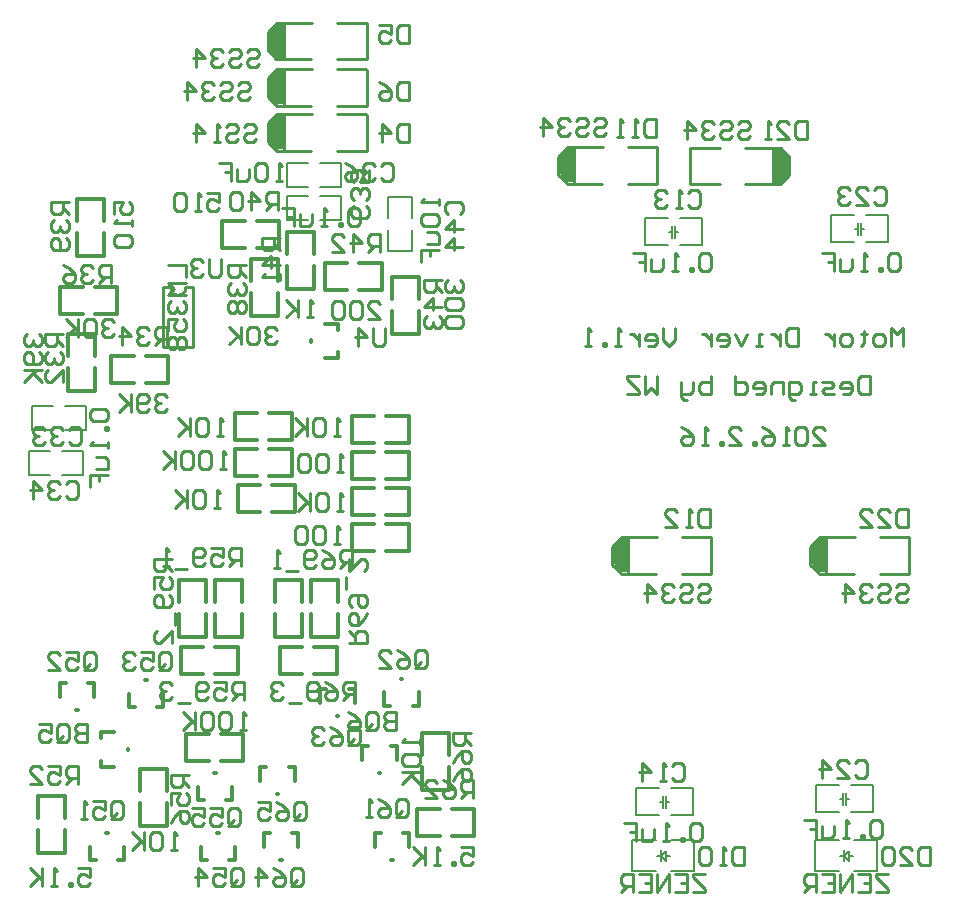
<source format=gbo>
G04 Layer_Color=32896*
%FSLAX25Y25*%
%MOIN*%
G70*
G01*
G75*
%ADD44C,0.01200*%
%ADD45C,0.01000*%
%ADD46C,0.00800*%
%ADD83C,0.00500*%
%ADD84R,0.02000X0.01500*%
%ADD85R,0.02100X0.05400*%
%ADD86R,0.01584X0.08317*%
%ADD87R,0.03514X0.09986*%
%ADD88R,0.02600X0.11800*%
D44*
X389506Y365000D02*
X398506D01*
X389506Y384000D02*
X398506D01*
X389506Y365000D02*
Y372500D01*
X398506Y365000D02*
Y372500D01*
Y376500D02*
Y384000D01*
X389506Y376500D02*
Y384000D01*
X387000Y390500D02*
Y399500D01*
X406000Y390500D02*
Y399500D01*
X387000D02*
X394500D01*
X387000Y390500D02*
X394500D01*
X398500D02*
X406000D01*
X398500Y399500D02*
X406000D01*
X404000Y367494D02*
Y376494D01*
X423000Y367494D02*
Y376494D01*
X404000D02*
X411500D01*
X404000Y367494D02*
X411500D01*
X415500D02*
X423000D01*
X415500Y376494D02*
X423000D01*
X460000Y412506D02*
Y421506D01*
X441000Y412506D02*
Y421506D01*
X452500Y412506D02*
X460000D01*
X452500Y421506D02*
X460000D01*
X441000D02*
X448500D01*
X441000Y412506D02*
X448500D01*
X392506Y410000D02*
X401506D01*
X392506Y429000D02*
X401506D01*
X392506Y410000D02*
Y417500D01*
X401506Y410000D02*
Y417500D01*
Y421500D02*
Y429000D01*
X392506Y421500D02*
Y429000D01*
X427126Y270506D02*
X434626D01*
X427126Y279506D02*
X434626D01*
X438626D02*
X446126D01*
X438626Y270506D02*
X446126D01*
X427126D02*
Y279506D01*
X446126Y270506D02*
Y279506D01*
X426632Y294500D02*
Y302000D01*
X435632Y294500D02*
Y302000D01*
Y283000D02*
Y290500D01*
X426632Y283000D02*
Y290500D01*
Y302000D02*
X435632D01*
X426632Y283000D02*
X435632D01*
X438632Y294500D02*
Y302000D01*
X447632Y294500D02*
Y302000D01*
Y283000D02*
Y290500D01*
X438632Y283000D02*
Y290500D01*
Y302000D02*
X447632D01*
X438632Y283000D02*
X447632D01*
X471626Y279494D02*
X479126D01*
X471626Y270494D02*
X479126D01*
X460126D02*
X467626D01*
X460126Y279494D02*
X467626D01*
X479126Y270494D02*
Y279494D01*
X460126Y270494D02*
Y279494D01*
X470632Y294500D02*
Y302000D01*
X479632Y294500D02*
Y302000D01*
Y283000D02*
Y290500D01*
X470632Y283000D02*
Y290500D01*
Y302000D02*
X479632D01*
X470632Y283000D02*
X479632D01*
X458632Y294500D02*
Y302000D01*
X467632Y294500D02*
Y302000D01*
Y283000D02*
Y290500D01*
X458632Y283000D02*
Y290500D01*
Y302000D02*
X467632D01*
X458632Y283000D02*
X467632D01*
X475126Y398494D02*
Y407494D01*
X494126Y398494D02*
Y407494D01*
X475126D02*
X482626D01*
X475126Y398494D02*
X482626D01*
X486626D02*
X494126D01*
X486626Y407494D02*
X494126D01*
X462620Y418000D02*
X471620D01*
X462620Y399000D02*
X471620D01*
Y410500D02*
Y418000D01*
X462620Y410500D02*
Y418000D01*
Y399000D02*
Y406500D01*
X471620Y399000D02*
Y406500D01*
X497620Y403000D02*
X506620D01*
X497620Y384000D02*
X506620D01*
Y395500D02*
Y403000D01*
X497620Y395500D02*
Y403000D01*
Y384000D02*
Y391500D01*
X506620Y384000D02*
Y391500D01*
X475098Y387276D02*
X479598D01*
X475098Y375776D02*
X479598D01*
Y385276D02*
Y387276D01*
X470598Y381276D02*
Y381775D01*
X479598Y375776D02*
Y377776D01*
X484126Y311506D02*
X491626D01*
X484126Y320506D02*
X491626D01*
X495626D02*
X503126D01*
X495626Y311506D02*
X503126D01*
X484126D02*
Y320506D01*
X503126Y311506D02*
Y320506D01*
X484126Y323506D02*
X491626D01*
X484126Y332506D02*
X491626D01*
X495626D02*
X503126D01*
X495626Y323506D02*
X503126D01*
X484126D02*
Y332506D01*
X503126Y323506D02*
Y332506D01*
X484126Y335506D02*
X491626D01*
X484126Y344506D02*
X491626D01*
X495626D02*
X503126D01*
X495626Y335506D02*
X503126D01*
X484126D02*
Y344506D01*
X503126Y335506D02*
Y344506D01*
X484126Y347506D02*
X491626D01*
X484126Y356506D02*
X491626D01*
X495626D02*
X503126D01*
X495626Y347506D02*
X503126D01*
X484126D02*
Y356506D01*
X503126Y347506D02*
Y356506D01*
X445126Y348506D02*
X452626D01*
X445126Y357506D02*
X452626D01*
X456626D02*
X464126D01*
X456626Y348506D02*
X464126D01*
X445126D02*
Y357506D01*
X464126Y348506D02*
Y357506D01*
X445126Y336506D02*
X452626D01*
X445126Y345506D02*
X452626D01*
X456626D02*
X464126D01*
X456626Y336506D02*
X464126D01*
X445126D02*
Y345506D01*
X464126Y336506D02*
Y345506D01*
X440500Y250494D02*
X448000D01*
X440500Y241494D02*
X448000D01*
X429000D02*
X436500D01*
X429000Y250494D02*
X436500D01*
X448000Y241494D02*
Y250494D01*
X429000Y241494D02*
Y250494D01*
X446126Y324506D02*
X453626D01*
X446126Y333506D02*
X453626D01*
X457626D02*
X465126D01*
X457626Y324506D02*
X465126D01*
X446126D02*
Y333506D01*
X465126Y324506D02*
Y333506D01*
X396901Y208528D02*
X398902D01*
X402401Y217528D02*
X402902D01*
X406401Y208528D02*
X408401D01*
X396901D02*
Y213028D01*
X408401Y208528D02*
Y213028D01*
X501350Y217472D02*
X503350D01*
X497351Y208472D02*
X497851D01*
X491851Y217472D02*
X493851D01*
X503350Y212972D02*
Y217472D01*
X491851Y212972D02*
Y217472D01*
X506000Y216506D02*
X513500D01*
X506000Y225506D02*
X513500D01*
X517500D02*
X525000D01*
X517500Y216506D02*
X525000D01*
X506000D02*
Y225506D01*
X525000Y216506D02*
Y225506D01*
X388494Y211000D02*
Y218500D01*
X379494Y211000D02*
Y218500D01*
Y222500D02*
Y230000D01*
X388494Y222500D02*
Y230000D01*
X379494Y211000D02*
X388494D01*
X379494Y230000D02*
X388494D01*
X409775Y259528D02*
X411775D01*
X415275Y268528D02*
X415775D01*
X419276Y259528D02*
X421276D01*
X409775D02*
Y264028D01*
X421276Y259528D02*
Y264028D01*
X396275Y267472D02*
X398275D01*
X392276Y258472D02*
X392776D01*
X386775Y267472D02*
X388775D01*
X398275Y262972D02*
Y267472D01*
X386775Y262972D02*
Y267472D01*
X413506Y231500D02*
Y239000D01*
X422506Y231500D02*
Y239000D01*
Y220000D02*
Y227500D01*
X413506Y220000D02*
Y227500D01*
Y239000D02*
X422506D01*
X413506Y220000D02*
X422506D01*
X433902Y208528D02*
X435901D01*
X439401Y217528D02*
X439901D01*
X443401Y208528D02*
X445401D01*
X433902D02*
Y213028D01*
X445401Y208528D02*
Y213028D01*
X497225Y246472D02*
X499225D01*
X493224Y237472D02*
X493724D01*
X487724Y246472D02*
X489724D01*
X499225Y241972D02*
Y246472D01*
X487724Y241972D02*
Y246472D01*
X400528Y249224D02*
Y251224D01*
X409528Y245224D02*
Y245725D01*
X400528Y239724D02*
Y241724D01*
Y251224D02*
X405028D01*
X400528Y239724D02*
X405028D01*
X483224Y265472D02*
X485224D01*
X479224Y256472D02*
X479725D01*
X473725Y265472D02*
X475725D01*
X485224Y260972D02*
Y265472D01*
X473725Y260972D02*
Y265472D01*
X495023Y260028D02*
X497023D01*
X500523Y269028D02*
X501023D01*
X504523Y260028D02*
X506523D01*
X495023D02*
Y264528D01*
X506523Y260028D02*
Y264528D01*
X507506Y243500D02*
Y251000D01*
X516506Y243500D02*
Y251000D01*
Y232000D02*
Y239500D01*
X507506Y232000D02*
Y239500D01*
Y251000D02*
X516506D01*
X507506Y232000D02*
X516506D01*
X432775Y228528D02*
X434775D01*
X438275Y237528D02*
X438775D01*
X442275Y228528D02*
X444276D01*
X432775D02*
Y233028D01*
X444276Y228528D02*
Y233028D01*
X464351Y217472D02*
X466351D01*
X460351Y208472D02*
X460850D01*
X454850Y217472D02*
X456850D01*
X466351Y212972D02*
Y217472D01*
X454850Y212972D02*
Y217472D01*
X463225Y239472D02*
X465225D01*
X459225Y230472D02*
X459725D01*
X453724Y239472D02*
X455724D01*
X465225Y234972D02*
Y239472D01*
X453724Y234972D02*
Y239472D01*
X450506Y390000D02*
X459506D01*
X450506Y409000D02*
X459506D01*
X450506Y390000D02*
Y397500D01*
X459506Y390000D02*
Y397500D01*
Y401500D02*
Y409000D01*
X450506Y401500D02*
Y409000D01*
D45*
X423626Y399500D02*
X423816Y398543D01*
X424358Y397732D01*
X425169Y397190D01*
X426126Y397000D01*
X427083Y397190D01*
X427894Y397732D01*
X428436Y398543D01*
X428626Y399500D01*
X431126Y379500D02*
Y399500D01*
X421126Y379500D02*
X431126D01*
X421126D02*
Y399500D01*
X423626D01*
X428626D02*
X431126D01*
X628583Y436084D02*
X630000Y437500D01*
X628320Y436084D02*
X628583D01*
X627652Y436752D02*
X628320Y436084D01*
X627652Y435932D02*
Y436752D01*
Y434652D02*
Y435932D01*
X628900Y442400D02*
Y443300D01*
X629900Y436900D02*
X630000Y437000D01*
Y443000D01*
X627200Y445800D02*
X630000Y443000D01*
X627000Y446000D02*
X627200Y445800D01*
X624600Y446000D02*
X627000D01*
X626900Y433900D02*
X629900Y436900D01*
X626700Y433900D02*
X626900D01*
X624600D02*
X626700D01*
X624600Y434000D02*
Y446000D01*
X597000D02*
X606800D01*
X597000Y434000D02*
Y446000D01*
X615100Y433900D02*
X624600D01*
X615400Y446000D02*
X624600D01*
X597100Y433900D02*
X606800D01*
X637000Y312500D02*
X638416Y313916D01*
X638680D01*
X639348Y313248D01*
Y314068D01*
Y315348D01*
X638100Y306700D02*
Y307600D01*
X637000Y313000D02*
X637100Y313100D01*
X637000Y307000D02*
Y313000D01*
Y307000D02*
X639800Y304200D01*
X640000Y304000D01*
X642400D01*
X637100Y313100D02*
X640100Y316100D01*
X640300D01*
X642400D01*
Y304000D02*
Y316000D01*
X660200Y304000D02*
X670000D01*
Y316000D01*
X642400Y316100D02*
X651900D01*
X642400Y304000D02*
X651600D01*
X660200Y316100D02*
X669900D01*
X571000Y312500D02*
X572416Y313916D01*
X572680D01*
X573348Y313248D01*
Y314068D01*
Y315348D01*
X572100Y306700D02*
Y307600D01*
X571000Y313000D02*
X571100Y313100D01*
X571000Y307000D02*
Y313000D01*
Y307000D02*
X573800Y304200D01*
X574000Y304000D01*
X576400D01*
X571100Y313100D02*
X574100Y316100D01*
X574300D01*
X576400D01*
Y304000D02*
Y316000D01*
X594200Y304000D02*
X604000D01*
Y316000D01*
X576400Y316100D02*
X585900D01*
X576400Y304000D02*
X585600D01*
X594200Y316100D02*
X603900D01*
X553000Y442506D02*
X554417Y443923D01*
X554680D01*
X555348Y443255D01*
Y444075D01*
Y445355D01*
X554100Y436706D02*
Y437606D01*
X553000Y443006D02*
X553100Y443106D01*
X553000Y437006D02*
Y443006D01*
Y437006D02*
X555800Y434206D01*
X556000Y434006D01*
X558400D01*
X553100Y443106D02*
X556100Y446106D01*
X556300D01*
X558400D01*
Y434006D02*
Y446006D01*
X576200Y434006D02*
X586000D01*
Y446006D01*
X558400Y446106D02*
X567900D01*
X558400Y434006D02*
X567600D01*
X576200Y446106D02*
X585900D01*
X479326Y487600D02*
X489026D01*
X461526Y475500D02*
X470726D01*
X461526Y487600D02*
X471026D01*
X489126Y475500D02*
Y487500D01*
X479326Y475500D02*
X489126D01*
X461526D02*
Y487500D01*
X459426Y487600D02*
X461526D01*
X459226D02*
X459426D01*
X456226Y484600D02*
X459226Y487600D01*
X459126Y475500D02*
X461526D01*
X458926Y475700D02*
X459126Y475500D01*
X456126Y478500D02*
X458926Y475700D01*
X456126Y478500D02*
Y484500D01*
X456226Y484600D01*
X457226Y478200D02*
Y479100D01*
X458474Y485568D02*
Y486848D01*
Y484748D02*
Y485568D01*
X457806Y485416D02*
X458474Y484748D01*
X457543Y485416D02*
X457806D01*
X456126Y484000D02*
X457543Y485416D01*
X479326Y472100D02*
X489026D01*
X461526Y460000D02*
X470726D01*
X461526Y472100D02*
X471026D01*
X489126Y460000D02*
Y472000D01*
X479326Y460000D02*
X489126D01*
X461526D02*
Y472000D01*
X459426Y472100D02*
X461526D01*
X459226D02*
X459426D01*
X456226Y469100D02*
X459226Y472100D01*
X459126Y460000D02*
X461526D01*
X458926Y460200D02*
X459126Y460000D01*
X456126Y463000D02*
X458926Y460200D01*
X456126Y463000D02*
Y469000D01*
X456226Y469100D01*
X457226Y462700D02*
Y463600D01*
X458474Y470068D02*
Y471348D01*
Y469248D02*
Y470068D01*
X457806Y469916D02*
X458474Y469248D01*
X457543Y469916D02*
X457806D01*
X456126Y468500D02*
X457543Y469916D01*
X456126Y453500D02*
X457543Y454916D01*
X457806D01*
X458474Y454248D01*
Y455068D01*
Y456348D01*
X457226Y447700D02*
Y448600D01*
X456126Y454000D02*
X456226Y454100D01*
X456126Y448000D02*
Y454000D01*
Y448000D02*
X458926Y445200D01*
X459126Y445000D01*
X461526D01*
X456226Y454100D02*
X459226Y457100D01*
X459426D01*
X461526D01*
Y445000D02*
Y457000D01*
X479326Y445000D02*
X489126D01*
Y457000D01*
X461526Y457100D02*
X471026D01*
X461526Y445000D02*
X470726D01*
X479326Y457100D02*
X489026D01*
X638001Y347000D02*
X642000D01*
X638001Y350999D01*
Y351998D01*
X639001Y352998D01*
X641000D01*
X642000Y351998D01*
X636002D02*
X635002Y352998D01*
X633003D01*
X632003Y351998D01*
Y348000D01*
X633003Y347000D01*
X635002D01*
X636002Y348000D01*
Y351998D01*
X630004Y347000D02*
X628005D01*
X629004D01*
Y352998D01*
X630004Y351998D01*
X621007Y352998D02*
X623006Y351998D01*
X625005Y349999D01*
Y348000D01*
X624006Y347000D01*
X622007D01*
X621007Y348000D01*
Y348999D01*
X622007Y349999D01*
X625005D01*
X619007Y347000D02*
Y348000D01*
X618008D01*
Y347000D01*
X619007D01*
X610010D02*
X614009D01*
X610010Y350999D01*
Y351998D01*
X611010Y352998D01*
X613009D01*
X614009Y351998D01*
X608011Y347000D02*
Y348000D01*
X607011D01*
Y347000D01*
X608011D01*
X603013D02*
X601013D01*
X602013D01*
Y352998D01*
X603013Y351998D01*
X594016Y352998D02*
X596015Y351998D01*
X598014Y349999D01*
Y348000D01*
X597015Y347000D01*
X595015D01*
X594016Y348000D01*
Y348999D01*
X595015Y349999D01*
X598014D01*
X657000Y369998D02*
Y364000D01*
X654001D01*
X653001Y365000D01*
Y368998D01*
X654001Y369998D01*
X657000D01*
X648003Y364000D02*
X650002D01*
X651002Y365000D01*
Y366999D01*
X650002Y367999D01*
X648003D01*
X647003Y366999D01*
Y365999D01*
X651002D01*
X645004Y364000D02*
X642005D01*
X641005Y365000D01*
X642005Y365999D01*
X644004D01*
X645004Y366999D01*
X644004Y367999D01*
X641005D01*
X639006Y364000D02*
X637007D01*
X638006D01*
Y367999D01*
X639006D01*
X632008Y362001D02*
X631008D01*
X630009Y363000D01*
Y367999D01*
X633008D01*
X634007Y366999D01*
Y365000D01*
X633008Y364000D01*
X630009D01*
X628009D02*
Y367999D01*
X625010D01*
X624011Y366999D01*
Y364000D01*
X619012D02*
X621012D01*
X622011Y365000D01*
Y366999D01*
X621012Y367999D01*
X619012D01*
X618013Y366999D01*
Y365999D01*
X622011D01*
X612014Y369998D02*
Y364000D01*
X615014D01*
X616013Y365000D01*
Y366999D01*
X615014Y367999D01*
X612014D01*
X604017Y369998D02*
Y364000D01*
X601018D01*
X600018Y365000D01*
Y365999D01*
Y366999D01*
X601018Y367999D01*
X604017D01*
X598019D02*
Y365000D01*
X597019Y364000D01*
X594020D01*
Y363000D01*
X595020Y362001D01*
X596020D01*
X594020Y364000D02*
Y367999D01*
X586023Y369998D02*
Y364000D01*
X584024Y365999D01*
X582024Y364000D01*
Y369998D01*
X580025D02*
X576026D01*
Y368998D01*
X580025Y365000D01*
Y364000D01*
X576026D01*
X668000Y380000D02*
Y385998D01*
X666001Y383999D01*
X664001Y385998D01*
Y380000D01*
X661002D02*
X659003D01*
X658003Y381000D01*
Y382999D01*
X659003Y383999D01*
X661002D01*
X662002Y382999D01*
Y381000D01*
X661002Y380000D01*
X655004Y384998D02*
Y383999D01*
X656004D01*
X654004D01*
X655004D01*
Y381000D01*
X654004Y380000D01*
X650006D02*
X648006D01*
X647007Y381000D01*
Y382999D01*
X648006Y383999D01*
X650006D01*
X651006Y382999D01*
Y381000D01*
X650006Y380000D01*
X645007Y383999D02*
Y380000D01*
Y381999D01*
X644008Y382999D01*
X643008Y383999D01*
X642008D01*
X633011Y385998D02*
Y380000D01*
X630012D01*
X629013Y381000D01*
Y384998D01*
X630012Y385998D01*
X633011D01*
X627013Y383999D02*
Y380000D01*
Y381999D01*
X626014Y382999D01*
X625014Y383999D01*
X624014D01*
X621015Y380000D02*
X619016D01*
X620015D01*
Y383999D01*
X621015D01*
X616017D02*
X614017Y380000D01*
X612018Y383999D01*
X607020Y380000D02*
X609019D01*
X610019Y381000D01*
Y382999D01*
X609019Y383999D01*
X607020D01*
X606020Y382999D01*
Y381999D01*
X610019D01*
X604021Y383999D02*
Y380000D01*
Y381999D01*
X603021Y382999D01*
X602021Y383999D01*
X601022D01*
X592025Y385998D02*
Y381999D01*
X590025Y380000D01*
X588026Y381999D01*
Y385998D01*
X583028Y380000D02*
X585027D01*
X586026Y381000D01*
Y382999D01*
X585027Y383999D01*
X583028D01*
X582028Y382999D01*
Y381999D01*
X586026D01*
X580028Y383999D02*
Y380000D01*
Y381999D01*
X579029Y382999D01*
X578029Y383999D01*
X577029D01*
X574030Y380000D02*
X572031D01*
X573031D01*
Y385998D01*
X574030Y384998D01*
X569032Y380000D02*
Y381000D01*
X568032D01*
Y380000D01*
X569032D01*
X564034D02*
X562034D01*
X563034D01*
Y385998D01*
X564034Y384998D01*
X485126Y262000D02*
Y267998D01*
X482127D01*
X481127Y266998D01*
Y264999D01*
X482127Y263999D01*
X485126D01*
X483127D02*
X481127Y262000D01*
X475129Y267998D02*
X477129Y266998D01*
X479128Y264999D01*
Y263000D01*
X478128Y262000D01*
X476129D01*
X475129Y263000D01*
Y263999D01*
X476129Y264999D01*
X479128D01*
X473130Y263000D02*
X472130Y262000D01*
X470131D01*
X469131Y263000D01*
Y266998D01*
X470131Y267998D01*
X472130D01*
X473130Y266998D01*
Y265999D01*
X472130Y264999D01*
X469131D01*
X467132Y261000D02*
X463133D01*
X461134Y266998D02*
X460134Y267998D01*
X458135D01*
X457135Y266998D01*
Y265999D01*
X458135Y264999D01*
X459134D01*
X458135D01*
X457135Y263999D01*
Y263000D01*
X458135Y262000D01*
X460134D01*
X461134Y263000D01*
X483139Y281000D02*
X489137D01*
Y283999D01*
X488137Y284999D01*
X486138D01*
X485138Y283999D01*
Y281000D01*
Y282999D02*
X483139Y284999D01*
X489137Y290997D02*
X488137Y288997D01*
X486138Y286998D01*
X484138D01*
X483139Y287998D01*
Y289997D01*
X484138Y290997D01*
X485138D01*
X486138Y289997D01*
Y286998D01*
X484138Y292996D02*
X483139Y293996D01*
Y295995D01*
X484138Y296995D01*
X488137D01*
X489137Y295995D01*
Y293996D01*
X488137Y292996D01*
X487138D01*
X486138Y293996D01*
Y296995D01*
X482139Y298994D02*
Y302993D01*
X483139Y308991D02*
Y304992D01*
X487138Y308991D01*
X488137D01*
X489137Y307991D01*
Y305992D01*
X488137Y304992D01*
X484139Y306000D02*
Y311998D01*
X481140D01*
X480140Y310998D01*
Y308999D01*
X481140Y307999D01*
X484139D01*
X482139D02*
X480140Y306000D01*
X474142Y311998D02*
X476141Y310998D01*
X478141Y308999D01*
Y307000D01*
X477141Y306000D01*
X475142D01*
X474142Y307000D01*
Y307999D01*
X475142Y308999D01*
X478141D01*
X472143Y307000D02*
X471143Y306000D01*
X469144D01*
X468144Y307000D01*
Y310998D01*
X469144Y311998D01*
X471143D01*
X472143Y310998D01*
Y309999D01*
X471143Y308999D01*
X468144D01*
X466145Y305000D02*
X462146D01*
X460147Y306000D02*
X458147D01*
X459147D01*
Y311998D01*
X460147Y310998D01*
X441126Y350000D02*
X439127D01*
X440126D01*
Y355998D01*
X441126Y354998D01*
X436128D02*
X435128Y355998D01*
X433129D01*
X432129Y354998D01*
Y351000D01*
X433129Y350000D01*
X435128D01*
X436128Y351000D01*
Y354998D01*
X430129Y355998D02*
Y350000D01*
Y351999D01*
X426131Y355998D01*
X429130Y352999D01*
X426131Y350000D01*
X480126D02*
X478127D01*
X479126D01*
Y355998D01*
X480126Y354998D01*
X475128D02*
X474128Y355998D01*
X472129D01*
X471129Y354998D01*
Y351000D01*
X472129Y350000D01*
X474128D01*
X475128Y351000D01*
Y354998D01*
X469130Y355998D02*
Y350000D01*
Y351999D01*
X465131Y355998D01*
X468130Y352999D01*
X465131Y350000D01*
X507000Y249000D02*
Y247001D01*
Y248000D01*
X501002D01*
X502002Y249000D01*
Y244002D02*
X501002Y243002D01*
Y241003D01*
X502002Y240003D01*
X506000D01*
X507000Y241003D01*
Y243002D01*
X506000Y244002D01*
X502002D01*
X501002Y238004D02*
X507000D01*
X505001D01*
X501002Y234005D01*
X504001Y237004D01*
X507000Y234005D01*
X524000Y251000D02*
X518002D01*
Y248001D01*
X519002Y247001D01*
X521001D01*
X522001Y248001D01*
Y251000D01*
Y249001D02*
X524000Y247001D01*
X518002Y241003D02*
X519002Y243003D01*
X521001Y245002D01*
X523000D01*
X524000Y244002D01*
Y242003D01*
X523000Y241003D01*
X522001D01*
X521001Y242003D01*
Y245002D01*
X518002Y235005D02*
X519002Y237004D01*
X521001Y239004D01*
X523000D01*
X524000Y238004D01*
Y236005D01*
X523000Y235005D01*
X522001D01*
X521001Y236005D01*
Y239004D01*
X442126Y339000D02*
X440127D01*
X441126D01*
Y344998D01*
X442126Y343998D01*
X437128D02*
X436128Y344998D01*
X434129D01*
X433129Y343998D01*
Y340000D01*
X434129Y339000D01*
X436128D01*
X437128Y340000D01*
Y343998D01*
X431130D02*
X430130Y344998D01*
X428130D01*
X427131Y343998D01*
Y340000D01*
X428130Y339000D01*
X430130D01*
X431130Y340000D01*
Y343998D01*
X425132Y344998D02*
Y339000D01*
Y340999D01*
X421133Y344998D01*
X424132Y341999D01*
X421133Y339000D01*
X520601Y212898D02*
X524600D01*
Y209899D01*
X522601Y210899D01*
X521601D01*
X520601Y209899D01*
Y207900D01*
X521601Y206900D01*
X523600D01*
X524600Y207900D01*
X518602Y206900D02*
Y207900D01*
X517602D01*
Y206900D01*
X518602D01*
X513604D02*
X511604D01*
X512604D01*
Y212898D01*
X513604Y211898D01*
X508605Y212898D02*
Y206900D01*
Y208899D01*
X504606Y212898D01*
X507606Y209899D01*
X504606Y206900D01*
X524600Y229100D02*
Y235098D01*
X521601D01*
X520601Y234098D01*
Y232099D01*
X521601Y231099D01*
X524600D01*
X522601D02*
X520601Y229100D01*
X514603Y235098D02*
X516603Y234098D01*
X518602Y232099D01*
Y230100D01*
X517602Y229100D01*
X515603D01*
X514603Y230100D01*
Y231099D01*
X515603Y232099D01*
X518602D01*
X508605Y229100D02*
X512604D01*
X508605Y233099D01*
Y234098D01*
X509605Y235098D01*
X511604D01*
X512604Y234098D01*
X481126Y338000D02*
X479127D01*
X480126D01*
Y343998D01*
X481126Y342998D01*
X476128D02*
X475128Y343998D01*
X473129D01*
X472129Y342998D01*
Y339000D01*
X473129Y338000D01*
X475128D01*
X476128Y339000D01*
Y342998D01*
X470129D02*
X469130Y343998D01*
X467131D01*
X466131Y342998D01*
Y339000D01*
X467131Y338000D01*
X469130D01*
X470129Y339000D01*
Y342998D01*
X448126Y262000D02*
Y267998D01*
X445127D01*
X444127Y266998D01*
Y264999D01*
X445127Y263999D01*
X448126D01*
X446127D02*
X444127Y262000D01*
X438129Y267998D02*
X442128D01*
Y264999D01*
X440129Y265999D01*
X439129D01*
X438129Y264999D01*
Y263000D01*
X439129Y262000D01*
X441128D01*
X442128Y263000D01*
X436130D02*
X435130Y262000D01*
X433131D01*
X432131Y263000D01*
Y266998D01*
X433131Y267998D01*
X435130D01*
X436130Y266998D01*
Y265999D01*
X435130Y264999D01*
X432131D01*
X430132Y261000D02*
X426133D01*
X424134Y266998D02*
X423134Y267998D01*
X421135D01*
X420135Y266998D01*
Y265999D01*
X421135Y264999D01*
X422134D01*
X421135D01*
X420135Y263999D01*
Y263000D01*
X421135Y262000D01*
X423134D01*
X424134Y263000D01*
X424126Y309000D02*
X418128D01*
Y306001D01*
X419128Y305001D01*
X421127D01*
X422127Y306001D01*
Y309000D01*
Y307001D02*
X424126Y305001D01*
X418128Y299003D02*
Y303002D01*
X421127D01*
X420127Y301003D01*
Y300003D01*
X421127Y299003D01*
X423126D01*
X424126Y300003D01*
Y302002D01*
X423126Y303002D01*
Y297004D02*
X424126Y296004D01*
Y294005D01*
X423126Y293005D01*
X419128D01*
X418128Y294005D01*
Y296004D01*
X419128Y297004D01*
X420127D01*
X421127Y296004D01*
Y293005D01*
X425126Y291006D02*
Y287007D01*
X424126Y281009D02*
Y285008D01*
X420127Y281009D01*
X419128D01*
X418128Y282009D01*
Y284008D01*
X419128Y285008D01*
X447226Y306600D02*
Y312598D01*
X444227D01*
X443227Y311598D01*
Y309599D01*
X444227Y308599D01*
X447226D01*
X445227D02*
X443227Y306600D01*
X437229Y312598D02*
X441228D01*
Y309599D01*
X439229Y310599D01*
X438229D01*
X437229Y309599D01*
Y307600D01*
X438229Y306600D01*
X440228D01*
X441228Y307600D01*
X435230D02*
X434230Y306600D01*
X432231D01*
X431231Y307600D01*
Y311598D01*
X432231Y312598D01*
X434230D01*
X435230Y311598D01*
Y310599D01*
X434230Y309599D01*
X431231D01*
X429232Y305600D02*
X425233D01*
X423234Y306600D02*
X421234D01*
X422234D01*
Y312598D01*
X423234Y311598D01*
X440126Y326000D02*
X438127D01*
X439126D01*
Y331998D01*
X440126Y330998D01*
X435128D02*
X434128Y331998D01*
X432129D01*
X431129Y330998D01*
Y327000D01*
X432129Y326000D01*
X434128D01*
X435128Y327000D01*
Y330998D01*
X429130Y331998D02*
Y326000D01*
Y327999D01*
X425131Y331998D01*
X428130Y328999D01*
X425131Y326000D01*
X481126Y325000D02*
X479127D01*
X480126D01*
Y330998D01*
X481126Y329998D01*
X476128D02*
X475128Y330998D01*
X473129D01*
X472129Y329998D01*
Y326000D01*
X473129Y325000D01*
X475128D01*
X476128Y326000D01*
Y329998D01*
X470129Y330998D02*
Y325000D01*
Y326999D01*
X466131Y330998D01*
X469130Y327999D01*
X466131Y325000D01*
X426000Y212000D02*
X424001D01*
X425000D01*
Y217998D01*
X426000Y216998D01*
X421002D02*
X420002Y217998D01*
X418003D01*
X417003Y216998D01*
Y213000D01*
X418003Y212000D01*
X420002D01*
X421002Y213000D01*
Y216998D01*
X415004Y217998D02*
Y212000D01*
Y213999D01*
X411005Y217998D01*
X414004Y214999D01*
X411005Y212000D01*
X430000Y237000D02*
X424002D01*
Y234001D01*
X425002Y233001D01*
X427001D01*
X428001Y234001D01*
Y237000D01*
Y235001D02*
X430000Y233001D01*
X424002Y227003D02*
Y231002D01*
X427001D01*
X426001Y229003D01*
Y228003D01*
X427001Y227003D01*
X429000D01*
X430000Y228003D01*
Y230002D01*
X429000Y231002D01*
X424002Y221005D02*
X425002Y223005D01*
X427001Y225004D01*
X429000D01*
X430000Y224004D01*
Y222005D01*
X429000Y221005D01*
X428001D01*
X427001Y222005D01*
Y225004D01*
X449000Y252000D02*
X447001D01*
X448000D01*
Y257998D01*
X449000Y256998D01*
X444002D02*
X443002Y257998D01*
X441003D01*
X440003Y256998D01*
Y253000D01*
X441003Y252000D01*
X443002D01*
X444002Y253000D01*
Y256998D01*
X438004D02*
X437004Y257998D01*
X435005D01*
X434005Y256998D01*
Y253000D01*
X435005Y252000D01*
X437004D01*
X438004Y253000D01*
Y256998D01*
X432006Y257998D02*
Y252000D01*
Y253999D01*
X428007Y257998D01*
X431006Y254999D01*
X428007Y252000D01*
X393001Y205998D02*
X397000D01*
Y202999D01*
X395001Y203999D01*
X394001D01*
X393001Y202999D01*
Y201000D01*
X394001Y200000D01*
X396000D01*
X397000Y201000D01*
X391002Y200000D02*
Y201000D01*
X390002D01*
Y200000D01*
X391002D01*
X386004D02*
X384004D01*
X385004D01*
Y205998D01*
X386004Y204998D01*
X381005Y205998D02*
Y200000D01*
Y201999D01*
X377007Y205998D01*
X380006Y202999D01*
X377007Y200000D01*
X393000Y234000D02*
Y239998D01*
X390001D01*
X389001Y238998D01*
Y236999D01*
X390001Y235999D01*
X393000D01*
X391001D02*
X389001Y234000D01*
X383003Y239998D02*
X387002D01*
Y236999D01*
X385003Y237999D01*
X384003D01*
X383003Y236999D01*
Y235000D01*
X384003Y234000D01*
X386002D01*
X387002Y235000D01*
X377005Y234000D02*
X381004D01*
X377005Y237999D01*
Y238998D01*
X378005Y239998D01*
X380004D01*
X381004Y238998D01*
X480126Y314000D02*
X478127D01*
X479126D01*
Y319998D01*
X480126Y318998D01*
X475128D02*
X474128Y319998D01*
X472129D01*
X471129Y318998D01*
Y315000D01*
X472129Y314000D01*
X474128D01*
X475128Y315000D01*
Y318998D01*
X469130D02*
X468130Y319998D01*
X466130D01*
X465131Y318998D01*
Y315000D01*
X466130Y314000D01*
X468130D01*
X469130Y315000D01*
Y318998D01*
X465001Y223000D02*
Y226998D01*
X466001Y227998D01*
X468000D01*
X469000Y226998D01*
Y223000D01*
X468000Y222000D01*
X466001D01*
X467001Y223999D02*
X465001Y222000D01*
X466001D02*
X465001Y223000D01*
X459003Y227998D02*
X461003Y226998D01*
X463002Y224999D01*
Y223000D01*
X462002Y222000D01*
X460003D01*
X459003Y223000D01*
Y223999D01*
X460003Y224999D01*
X463002D01*
X453005Y227998D02*
X457004D01*
Y224999D01*
X455005Y225999D01*
X454005D01*
X453005Y224999D01*
Y223000D01*
X454005Y222000D01*
X456004D01*
X457004Y223000D01*
X464001Y201000D02*
Y204998D01*
X465001Y205998D01*
X467000D01*
X468000Y204998D01*
Y201000D01*
X467000Y200000D01*
X465001D01*
X466001Y201999D02*
X464001Y200000D01*
X465001D02*
X464001Y201000D01*
X458003Y205998D02*
X460003Y204998D01*
X462002Y202999D01*
Y201000D01*
X461002Y200000D01*
X459003D01*
X458003Y201000D01*
Y201999D01*
X459003Y202999D01*
X462002D01*
X453005Y200000D02*
Y205998D01*
X456004Y202999D01*
X452005D01*
X483001Y248000D02*
Y251998D01*
X484001Y252998D01*
X486000D01*
X487000Y251998D01*
Y248000D01*
X486000Y247000D01*
X484001D01*
X485001Y248999D02*
X483001Y247000D01*
X484001D02*
X483001Y248000D01*
X477003Y252998D02*
X479003Y251998D01*
X481002Y249999D01*
Y248000D01*
X480002Y247000D01*
X478003D01*
X477003Y248000D01*
Y248999D01*
X478003Y249999D01*
X481002D01*
X475004Y251998D02*
X474004Y252998D01*
X472005D01*
X471005Y251998D01*
Y250999D01*
X472005Y249999D01*
X473004D01*
X472005D01*
X471005Y248999D01*
Y248000D01*
X472005Y247000D01*
X474004D01*
X475004Y248000D01*
X505249Y273500D02*
Y277498D01*
X506249Y278498D01*
X508248D01*
X509248Y277498D01*
Y273500D01*
X508248Y272500D01*
X506249D01*
X507248Y274499D02*
X505249Y272500D01*
X506249D02*
X505249Y273500D01*
X499251Y278498D02*
X501250Y277498D01*
X503250Y275499D01*
Y273500D01*
X502250Y272500D01*
X500251D01*
X499251Y273500D01*
Y274499D01*
X500251Y275499D01*
X503250D01*
X493253Y272500D02*
X497252D01*
X493253Y276499D01*
Y277498D01*
X494252Y278498D01*
X496252D01*
X497252Y277498D01*
X498927Y223900D02*
Y227898D01*
X499927Y228898D01*
X501926D01*
X502926Y227898D01*
Y223900D01*
X501926Y222900D01*
X499927D01*
X500927Y224899D02*
X498927Y222900D01*
X499927D02*
X498927Y223900D01*
X492929Y228898D02*
X494929Y227898D01*
X496928Y225899D01*
Y223900D01*
X495928Y222900D01*
X493929D01*
X492929Y223900D01*
Y224899D01*
X493929Y225899D01*
X496928D01*
X490930Y222900D02*
X488931D01*
X489930D01*
Y228898D01*
X490930Y227898D01*
X443001Y221000D02*
Y224998D01*
X444001Y225998D01*
X446000D01*
X447000Y224998D01*
Y221000D01*
X446000Y220000D01*
X444001D01*
X445001Y221999D02*
X443001Y220000D01*
X444001D02*
X443001Y221000D01*
X437003Y225998D02*
X441002D01*
Y222999D01*
X439003Y223999D01*
X438003D01*
X437003Y222999D01*
Y221000D01*
X438003Y220000D01*
X440002D01*
X441002Y221000D01*
X431005Y225998D02*
X435004D01*
Y222999D01*
X433005Y223999D01*
X432005D01*
X431005Y222999D01*
Y221000D01*
X432005Y220000D01*
X434004D01*
X435004Y221000D01*
X444001Y201000D02*
Y204998D01*
X445001Y205998D01*
X447000D01*
X448000Y204998D01*
Y201000D01*
X447000Y200000D01*
X445001D01*
X446001Y201999D02*
X444001Y200000D01*
X445001D02*
X444001Y201000D01*
X438003Y205998D02*
X442002D01*
Y202999D01*
X440003Y203999D01*
X439003D01*
X438003Y202999D01*
Y201000D01*
X439003Y200000D01*
X441002D01*
X442002Y201000D01*
X433005Y200000D02*
Y205998D01*
X436004Y202999D01*
X432005D01*
X420001Y273000D02*
Y276998D01*
X421001Y277998D01*
X423000D01*
X424000Y276998D01*
Y273000D01*
X423000Y272000D01*
X421001D01*
X422001Y273999D02*
X420001Y272000D01*
X421001D02*
X420001Y273000D01*
X414003Y277998D02*
X418002D01*
Y274999D01*
X416003Y275999D01*
X415003D01*
X414003Y274999D01*
Y273000D01*
X415003Y272000D01*
X417002D01*
X418002Y273000D01*
X412004Y276998D02*
X411004Y277998D01*
X409005D01*
X408005Y276998D01*
Y275999D01*
X409005Y274999D01*
X410005D01*
X409005D01*
X408005Y273999D01*
Y273000D01*
X409005Y272000D01*
X411004D01*
X412004Y273000D01*
X395001D02*
Y276998D01*
X396001Y277998D01*
X398000D01*
X399000Y276998D01*
Y273000D01*
X398000Y272000D01*
X396001D01*
X397001Y273999D02*
X395001Y272000D01*
X396001D02*
X395001Y273000D01*
X389003Y277998D02*
X393002D01*
Y274999D01*
X391003Y275999D01*
X390003D01*
X389003Y274999D01*
Y273000D01*
X390003Y272000D01*
X392002D01*
X393002Y273000D01*
X383005Y272000D02*
X387004D01*
X383005Y275999D01*
Y276998D01*
X384005Y277998D01*
X386004D01*
X387004Y276998D01*
X404027Y223200D02*
Y227198D01*
X405027Y228198D01*
X407026D01*
X408026Y227198D01*
Y223200D01*
X407026Y222200D01*
X405027D01*
X406027Y224199D02*
X404027Y222200D01*
X405027D02*
X404027Y223200D01*
X398029Y228198D02*
X402028D01*
Y225199D01*
X400029Y226199D01*
X399029D01*
X398029Y225199D01*
Y223200D01*
X399029Y222200D01*
X401028D01*
X402028Y223200D01*
X396030Y222200D02*
X394030D01*
X395030D01*
Y228198D01*
X396030Y227198D01*
X446127Y466998D02*
X447127Y467998D01*
X449126D01*
X450126Y466998D01*
Y465999D01*
X449126Y464999D01*
X447127D01*
X446127Y463999D01*
Y463000D01*
X447127Y462000D01*
X449126D01*
X450126Y463000D01*
X440129Y466998D02*
X441129Y467998D01*
X443128D01*
X444128Y466998D01*
Y465999D01*
X443128Y464999D01*
X441129D01*
X440129Y463999D01*
Y463000D01*
X441129Y462000D01*
X443128D01*
X444128Y463000D01*
X438130Y466998D02*
X437130Y467998D01*
X435131D01*
X434131Y466998D01*
Y465999D01*
X435131Y464999D01*
X436131D01*
X435131D01*
X434131Y463999D01*
Y463000D01*
X435131Y462000D01*
X437130D01*
X438130Y463000D01*
X429133Y462000D02*
Y467998D01*
X432132Y464999D01*
X428133D01*
X503126Y467998D02*
Y462000D01*
X500127D01*
X499127Y463000D01*
Y466998D01*
X500127Y467998D01*
X503126D01*
X493129D02*
X495129Y466998D01*
X497128Y464999D01*
Y463000D01*
X496128Y462000D01*
X494129D01*
X493129Y463000D01*
Y463999D01*
X494129Y464999D01*
X497128D01*
X449127Y477998D02*
X450127Y478998D01*
X452126D01*
X453126Y477998D01*
Y476999D01*
X452126Y475999D01*
X450127D01*
X449127Y474999D01*
Y474000D01*
X450127Y473000D01*
X452126D01*
X453126Y474000D01*
X443129Y477998D02*
X444129Y478998D01*
X446128D01*
X447128Y477998D01*
Y476999D01*
X446128Y475999D01*
X444129D01*
X443129Y474999D01*
Y474000D01*
X444129Y473000D01*
X446128D01*
X447128Y474000D01*
X441130Y477998D02*
X440130Y478998D01*
X438131D01*
X437131Y477998D01*
Y476999D01*
X438131Y475999D01*
X439130D01*
X438131D01*
X437131Y474999D01*
Y474000D01*
X438131Y473000D01*
X440130D01*
X441130Y474000D01*
X432133Y473000D02*
Y478998D01*
X435132Y475999D01*
X431133D01*
X503126Y486998D02*
Y481000D01*
X500127D01*
X499127Y482000D01*
Y485998D01*
X500127Y486998D01*
X503126D01*
X493129D02*
X497128D01*
Y483999D01*
X495129Y484999D01*
X494129D01*
X493129Y483999D01*
Y482000D01*
X494129Y481000D01*
X496128D01*
X497128Y482000D01*
X498849Y257898D02*
Y251900D01*
X495850D01*
X494850Y252900D01*
Y253899D01*
X495850Y254899D01*
X498849D01*
X495850D01*
X494850Y255899D01*
Y256898D01*
X495850Y257898D01*
X498849D01*
X488852Y252900D02*
Y256898D01*
X489852Y257898D01*
X491851D01*
X492851Y256898D01*
Y252900D01*
X491851Y251900D01*
X489852D01*
X490852Y253899D02*
X488852Y251900D01*
X489852D02*
X488852Y252900D01*
X482854Y257898D02*
X484854Y256898D01*
X486853Y254899D01*
Y252900D01*
X485853Y251900D01*
X483854D01*
X482854Y252900D01*
Y253899D01*
X483854Y254899D01*
X486853D01*
X396000Y253998D02*
Y248000D01*
X393001D01*
X392001Y249000D01*
Y249999D01*
X393001Y250999D01*
X396000D01*
X393001D01*
X392001Y251999D01*
Y252998D01*
X393001Y253998D01*
X396000D01*
X386003Y249000D02*
Y252998D01*
X387003Y253998D01*
X389002D01*
X390002Y252998D01*
Y249000D01*
X389002Y248000D01*
X387003D01*
X388003Y249999D02*
X386003Y248000D01*
X387003D02*
X386003Y249000D01*
X380005Y253998D02*
X384004D01*
Y250999D01*
X382004Y251999D01*
X381005D01*
X380005Y250999D01*
Y249000D01*
X381005Y248000D01*
X383004D01*
X384004Y249000D01*
X604000Y409998D02*
X603000Y410998D01*
X601001D01*
X600001Y409998D01*
Y406000D01*
X601001Y405000D01*
X603000D01*
X604000Y406000D01*
Y409998D01*
X598002Y405000D02*
Y406000D01*
X597002D01*
Y405000D01*
X598002D01*
X593004D02*
X591004D01*
X592004D01*
Y410998D01*
X593004Y409998D01*
X588005Y408999D02*
Y406000D01*
X587006Y405000D01*
X584007D01*
Y408999D01*
X578008Y410998D02*
X582007D01*
Y407999D01*
X580008D01*
X582007D01*
Y405000D01*
X596401Y430898D02*
X597401Y431898D01*
X599400D01*
X600400Y430898D01*
Y426900D01*
X599400Y425900D01*
X597401D01*
X596401Y426900D01*
X594402Y425900D02*
X592403D01*
X593402D01*
Y431898D01*
X594402Y430898D01*
X589404D02*
X588404Y431898D01*
X586405D01*
X585405Y430898D01*
Y429899D01*
X586405Y428899D01*
X587404D01*
X586405D01*
X585405Y427899D01*
Y426900D01*
X586405Y425900D01*
X588404D01*
X589404Y426900D01*
X601000Y219998D02*
X600000Y220998D01*
X598001D01*
X597001Y219998D01*
Y216000D01*
X598001Y215000D01*
X600000D01*
X601000Y216000D01*
Y219998D01*
X595002Y215000D02*
Y216000D01*
X594002D01*
Y215000D01*
X595002D01*
X590004D02*
X588004D01*
X589004D01*
Y220998D01*
X590004Y219998D01*
X585005Y218999D02*
Y216000D01*
X584005Y215000D01*
X581006D01*
Y218999D01*
X575008Y220998D02*
X579007D01*
Y217999D01*
X577008D01*
X579007D01*
Y215000D01*
X591001Y239998D02*
X592001Y240998D01*
X594000D01*
X595000Y239998D01*
Y236000D01*
X594000Y235000D01*
X592001D01*
X591001Y236000D01*
X589002Y235000D02*
X587003D01*
X588002D01*
Y240998D01*
X589002Y239998D01*
X581004Y235000D02*
Y240998D01*
X584004Y237999D01*
X580005D01*
X667000Y409998D02*
X666000Y410998D01*
X664001D01*
X663001Y409998D01*
Y406000D01*
X664001Y405000D01*
X666000D01*
X667000Y406000D01*
Y409998D01*
X661002Y405000D02*
Y406000D01*
X660002D01*
Y405000D01*
X661002D01*
X656004D02*
X654004D01*
X655004D01*
Y410998D01*
X656004Y409998D01*
X651005Y408999D02*
Y406000D01*
X650005Y405000D01*
X647007D01*
Y408999D01*
X641008Y410998D02*
X645007D01*
Y407999D01*
X643008D01*
X645007D01*
Y405000D01*
X658401Y431898D02*
X659401Y432898D01*
X661400D01*
X662400Y431898D01*
Y427900D01*
X661400Y426900D01*
X659401D01*
X658401Y427900D01*
X652403Y426900D02*
X656402D01*
X652403Y430899D01*
Y431898D01*
X653403Y432898D01*
X655402D01*
X656402Y431898D01*
X650404D02*
X649404Y432898D01*
X647405D01*
X646405Y431898D01*
Y430899D01*
X647405Y429899D01*
X648405D01*
X647405D01*
X646405Y428899D01*
Y427900D01*
X647405Y426900D01*
X649404D01*
X650404Y427900D01*
X661000Y220998D02*
X660000Y221998D01*
X658001D01*
X657001Y220998D01*
Y217000D01*
X658001Y216000D01*
X660000D01*
X661000Y217000D01*
Y220998D01*
X655002Y216000D02*
Y217000D01*
X654002D01*
Y216000D01*
X655002D01*
X650004D02*
X648004D01*
X649004D01*
Y221998D01*
X650004Y220998D01*
X645005Y219999D02*
Y217000D01*
X644005Y216000D01*
X641007D01*
Y219999D01*
X635008Y221998D02*
X639007D01*
Y218999D01*
X637008D01*
X639007D01*
Y216000D01*
X652001Y240998D02*
X653001Y241998D01*
X655000D01*
X656000Y240998D01*
Y237000D01*
X655000Y236000D01*
X653001D01*
X652001Y237000D01*
X646003Y236000D02*
X650002D01*
X646003Y239999D01*
Y240998D01*
X647003Y241998D01*
X649002D01*
X650002Y240998D01*
X641005Y236000D02*
Y241998D01*
X644004Y238999D01*
X640005D01*
X602000Y203998D02*
X598001D01*
Y202998D01*
X602000Y199000D01*
Y198000D01*
X598001D01*
X592003Y203998D02*
X596002D01*
Y198000D01*
X592003D01*
X596002Y200999D02*
X594003D01*
X590004Y198000D02*
Y203998D01*
X586005Y198000D01*
Y203998D01*
X580007D02*
X584006D01*
Y198000D01*
X580007D01*
X584006Y200999D02*
X582007D01*
X578008Y198000D02*
Y203998D01*
X575009D01*
X574009Y202998D01*
Y200999D01*
X575009Y199999D01*
X578008D01*
X576008D02*
X574009Y198000D01*
X615000Y212998D02*
Y207000D01*
X612001D01*
X611001Y208000D01*
Y211998D01*
X612001Y212998D01*
X615000D01*
X609002Y207000D02*
X607003D01*
X608002D01*
Y212998D01*
X609002Y211998D01*
X604004D02*
X603004Y212998D01*
X601005D01*
X600005Y211998D01*
Y208000D01*
X601005Y207000D01*
X603004D01*
X604004Y208000D01*
Y211998D01*
X565001Y455005D02*
X566001Y456004D01*
X568000D01*
X569000Y455005D01*
Y454005D01*
X568000Y453005D01*
X566001D01*
X565001Y452006D01*
Y451006D01*
X566001Y450006D01*
X568000D01*
X569000Y451006D01*
X559003Y455005D02*
X560003Y456004D01*
X562002D01*
X563002Y455005D01*
Y454005D01*
X562002Y453005D01*
X560003D01*
X559003Y452006D01*
Y451006D01*
X560003Y450006D01*
X562002D01*
X563002Y451006D01*
X557004Y455005D02*
X556004Y456004D01*
X554005D01*
X553005Y455005D01*
Y454005D01*
X554005Y453005D01*
X555005D01*
X554005D01*
X553005Y452006D01*
Y451006D01*
X554005Y450006D01*
X556004D01*
X557004Y451006D01*
X548007Y450006D02*
Y456004D01*
X551006Y453005D01*
X547007D01*
X585500Y455598D02*
Y449600D01*
X582501D01*
X581501Y450600D01*
Y454598D01*
X582501Y455598D01*
X585500D01*
X579502Y449600D02*
X577503D01*
X578502D01*
Y455598D01*
X579502Y454598D01*
X574504Y449600D02*
X572504D01*
X573504D01*
Y455598D01*
X574504Y454598D01*
X599501Y299498D02*
X600501Y300498D01*
X602500D01*
X603500Y299498D01*
Y298499D01*
X602500Y297499D01*
X600501D01*
X599501Y296499D01*
Y295500D01*
X600501Y294500D01*
X602500D01*
X603500Y295500D01*
X593503Y299498D02*
X594503Y300498D01*
X596502D01*
X597502Y299498D01*
Y298499D01*
X596502Y297499D01*
X594503D01*
X593503Y296499D01*
Y295500D01*
X594503Y294500D01*
X596502D01*
X597502Y295500D01*
X591504Y299498D02*
X590504Y300498D01*
X588505D01*
X587505Y299498D01*
Y298499D01*
X588505Y297499D01*
X589504D01*
X588505D01*
X587505Y296499D01*
Y295500D01*
X588505Y294500D01*
X590504D01*
X591504Y295500D01*
X582507Y294500D02*
Y300498D01*
X585506Y297499D01*
X581507D01*
X603500Y325598D02*
Y319600D01*
X600501D01*
X599501Y320600D01*
Y324598D01*
X600501Y325598D01*
X603500D01*
X597502Y319600D02*
X595503D01*
X596502D01*
Y325598D01*
X597502Y324598D01*
X588505Y319600D02*
X592504D01*
X588505Y323599D01*
Y324598D01*
X589504Y325598D01*
X591504D01*
X592504Y324598D01*
X663000Y203998D02*
X659001D01*
Y202998D01*
X663000Y199000D01*
Y198000D01*
X659001D01*
X653003Y203998D02*
X657002D01*
Y198000D01*
X653003D01*
X657002Y200999D02*
X655003D01*
X651004Y198000D02*
Y203998D01*
X647005Y198000D01*
Y203998D01*
X641007D02*
X645006D01*
Y198000D01*
X641007D01*
X645006Y200999D02*
X643007D01*
X639008Y198000D02*
Y203998D01*
X636009D01*
X635009Y202998D01*
Y200999D01*
X636009Y199999D01*
X639008D01*
X637008D02*
X635009Y198000D01*
X677000Y212998D02*
Y207000D01*
X674001D01*
X673001Y208000D01*
Y211998D01*
X674001Y212998D01*
X677000D01*
X667003Y207000D02*
X671002D01*
X667003Y210999D01*
Y211998D01*
X668003Y212998D01*
X670002D01*
X671002Y211998D01*
X665004D02*
X664004Y212998D01*
X662005D01*
X661005Y211998D01*
Y208000D01*
X662005Y207000D01*
X664004D01*
X665004Y208000D01*
Y211998D01*
X613001Y453998D02*
X614001Y454998D01*
X616000D01*
X617000Y453998D01*
Y452999D01*
X616000Y451999D01*
X614001D01*
X613001Y450999D01*
Y450000D01*
X614001Y449000D01*
X616000D01*
X617000Y450000D01*
X607003Y453998D02*
X608003Y454998D01*
X610002D01*
X611002Y453998D01*
Y452999D01*
X610002Y451999D01*
X608003D01*
X607003Y450999D01*
Y450000D01*
X608003Y449000D01*
X610002D01*
X611002Y450000D01*
X605004Y453998D02*
X604004Y454998D01*
X602005D01*
X601005Y453998D01*
Y452999D01*
X602005Y451999D01*
X603005D01*
X602005D01*
X601005Y450999D01*
Y450000D01*
X602005Y449000D01*
X604004D01*
X605004Y450000D01*
X596007Y449000D02*
Y454998D01*
X599006Y451999D01*
X595007D01*
X636000Y454998D02*
Y449000D01*
X633001D01*
X632001Y450000D01*
Y453998D01*
X633001Y454998D01*
X636000D01*
X626003Y449000D02*
X630002D01*
X626003Y452999D01*
Y453998D01*
X627003Y454998D01*
X629002D01*
X630002Y453998D01*
X624004Y449000D02*
X622005D01*
X623004D01*
Y454998D01*
X624004Y453998D01*
X665501Y299498D02*
X666501Y300498D01*
X668500D01*
X669500Y299498D01*
Y298499D01*
X668500Y297499D01*
X666501D01*
X665501Y296499D01*
Y295500D01*
X666501Y294500D01*
X668500D01*
X669500Y295500D01*
X659503Y299498D02*
X660503Y300498D01*
X662502D01*
X663502Y299498D01*
Y298499D01*
X662502Y297499D01*
X660503D01*
X659503Y296499D01*
Y295500D01*
X660503Y294500D01*
X662502D01*
X663502Y295500D01*
X657504Y299498D02*
X656504Y300498D01*
X654505D01*
X653505Y299498D01*
Y298499D01*
X654505Y297499D01*
X655505D01*
X654505D01*
X653505Y296499D01*
Y295500D01*
X654505Y294500D01*
X656504D01*
X657504Y295500D01*
X648507Y294500D02*
Y300498D01*
X651506Y297499D01*
X647507D01*
X669500Y325598D02*
Y319600D01*
X666501D01*
X665501Y320600D01*
Y324598D01*
X666501Y325598D01*
X669500D01*
X659503Y319600D02*
X663502D01*
X659503Y323599D01*
Y324598D01*
X660503Y325598D01*
X662502D01*
X663502Y324598D01*
X653505Y319600D02*
X657504D01*
X653505Y323599D01*
Y324598D01*
X654505Y325598D01*
X656504D01*
X657504Y324598D01*
X398002Y359000D02*
X397002Y358000D01*
Y356001D01*
X398002Y355001D01*
X402000D01*
X403000Y356001D01*
Y358000D01*
X402000Y359000D01*
X398002D01*
X403000Y353002D02*
X402000D01*
Y352002D01*
X403000D01*
Y353002D01*
Y348004D02*
Y346004D01*
Y347004D01*
X397002D01*
X398002Y348004D01*
X399001Y343005D02*
X402000D01*
X403000Y342005D01*
Y339006D01*
X399001D01*
X397002Y333008D02*
Y337007D01*
X400001D01*
Y335008D01*
Y337007D01*
X403000D01*
X390001Y351998D02*
X391001Y352998D01*
X393000D01*
X394000Y351998D01*
Y348000D01*
X393000Y347000D01*
X391001D01*
X390001Y348000D01*
X388002Y351998D02*
X387002Y352998D01*
X385003D01*
X384003Y351998D01*
Y350999D01*
X385003Y349999D01*
X386003D01*
X385003D01*
X384003Y348999D01*
Y348000D01*
X385003Y347000D01*
X387002D01*
X388002Y348000D01*
X382004Y351998D02*
X381004Y352998D01*
X379005D01*
X378005Y351998D01*
Y350999D01*
X379005Y349999D01*
X380005D01*
X379005D01*
X378005Y348999D01*
Y348000D01*
X379005Y347000D01*
X381004D01*
X382004Y348000D01*
X389001Y333998D02*
X390001Y334998D01*
X392000D01*
X393000Y333998D01*
Y330000D01*
X392000Y329000D01*
X390001D01*
X389001Y330000D01*
X387002Y333998D02*
X386002Y334998D01*
X384003D01*
X383003Y333998D01*
Y332999D01*
X384003Y331999D01*
X385003D01*
X384003D01*
X383003Y330999D01*
Y330000D01*
X384003Y329000D01*
X386002D01*
X387002Y330000D01*
X378005Y329000D02*
Y334998D01*
X381004Y331999D01*
X377005D01*
X487000Y424998D02*
X486000Y425998D01*
X484001D01*
X483001Y424998D01*
Y421000D01*
X484001Y420000D01*
X486000D01*
X487000Y421000D01*
Y424998D01*
X481002Y420000D02*
Y421000D01*
X480002D01*
Y420000D01*
X481002D01*
X476004D02*
X474004D01*
X475004D01*
Y425998D01*
X476004Y424998D01*
X471005Y423999D02*
Y421000D01*
X470006Y420000D01*
X467006D01*
Y423999D01*
X461008Y425998D02*
X465007D01*
Y422999D01*
X463008D01*
X465007D01*
Y420000D01*
X489024Y426599D02*
X490024Y425599D01*
Y423600D01*
X489024Y422600D01*
X485026D01*
X484026Y423600D01*
Y425599D01*
X485026Y426599D01*
X489024Y428598D02*
X490024Y429598D01*
Y431597D01*
X489024Y432597D01*
X488025D01*
X487025Y431597D01*
Y430597D01*
Y431597D01*
X486025Y432597D01*
X485026D01*
X484026Y431597D01*
Y429598D01*
X485026Y428598D01*
X490024Y438595D02*
Y434596D01*
X487025D01*
X488025Y436595D01*
Y437595D01*
X487025Y438595D01*
X485026D01*
X484026Y437595D01*
Y435596D01*
X485026Y434596D01*
X461000Y435000D02*
X459001D01*
X460000D01*
Y440998D01*
X461000Y439998D01*
X456002D02*
X455002Y440998D01*
X453003D01*
X452003Y439998D01*
Y436000D01*
X453003Y435000D01*
X455002D01*
X456002Y436000D01*
Y439998D01*
X450004Y438999D02*
Y436000D01*
X449004Y435000D01*
X446005D01*
Y438999D01*
X440007Y440998D02*
X444005D01*
Y437999D01*
X442006D01*
X444005D01*
Y435000D01*
X494001Y439998D02*
X495001Y440998D01*
X497000D01*
X498000Y439998D01*
Y436000D01*
X497000Y435000D01*
X495001D01*
X494001Y436000D01*
X492002Y439998D02*
X491002Y440998D01*
X489003D01*
X488003Y439998D01*
Y438999D01*
X489003Y437999D01*
X490003D01*
X489003D01*
X488003Y436999D01*
Y436000D01*
X489003Y435000D01*
X491002D01*
X492002Y436000D01*
X482005Y440998D02*
X484004Y439998D01*
X486004Y437999D01*
Y436000D01*
X485004Y435000D01*
X483005D01*
X482005Y436000D01*
Y436999D01*
X483005Y437999D01*
X486004D01*
X513126Y429000D02*
Y427001D01*
Y428000D01*
X507128D01*
X508128Y429000D01*
Y424002D02*
X507128Y423002D01*
Y421003D01*
X508128Y420003D01*
X512126D01*
X513126Y421003D01*
Y423002D01*
X512126Y424002D01*
X508128D01*
X509127Y418004D02*
X512126D01*
X513126Y417004D01*
Y414005D01*
X509127D01*
X507128Y408007D02*
Y412006D01*
X510127D01*
Y410006D01*
Y412006D01*
X513126D01*
X516128Y424001D02*
X515128Y425001D01*
Y427000D01*
X516128Y428000D01*
X520126D01*
X521126Y427000D01*
Y425001D01*
X520126Y424001D01*
X521126Y419003D02*
X515128D01*
X518127Y422002D01*
Y418003D01*
X521126Y413005D02*
X515128D01*
X518127Y416004D01*
Y412005D01*
X448127Y452998D02*
X449127Y453998D01*
X451126D01*
X452126Y452998D01*
Y451999D01*
X451126Y450999D01*
X449127D01*
X448127Y449999D01*
Y449000D01*
X449127Y448000D01*
X451126D01*
X452126Y449000D01*
X442129Y452998D02*
X443129Y453998D01*
X445128D01*
X446128Y452998D01*
Y451999D01*
X445128Y450999D01*
X443129D01*
X442129Y449999D01*
Y449000D01*
X443129Y448000D01*
X445128D01*
X446128Y449000D01*
X440130Y448000D02*
X438131D01*
X439130D01*
Y453998D01*
X440130Y452998D01*
X432132Y448000D02*
Y453998D01*
X435132Y450999D01*
X431133D01*
X503126Y453998D02*
Y448000D01*
X500127D01*
X499127Y449000D01*
Y452998D01*
X500127Y453998D01*
X503126D01*
X494129Y448000D02*
Y453998D01*
X497128Y450999D01*
X493129D01*
X376002Y384000D02*
X375002Y383000D01*
Y381001D01*
X376002Y380001D01*
X377001D01*
X378001Y381001D01*
Y382001D01*
Y381001D01*
X379001Y380001D01*
X380000D01*
X381000Y381001D01*
Y383000D01*
X380000Y384000D01*
Y378002D02*
X381000Y377002D01*
Y375003D01*
X380000Y374003D01*
X376002D01*
X375002Y375003D01*
Y377002D01*
X376002Y378002D01*
X377001D01*
X378001Y377002D01*
Y374003D01*
X375002Y372004D02*
X381000D01*
X379001D01*
X375002Y368005D01*
X378001Y371004D01*
X381000Y368005D01*
X388000Y384000D02*
X382002D01*
Y381001D01*
X383002Y380001D01*
X385001D01*
X386001Y381001D01*
Y384000D01*
Y382001D02*
X388000Y380001D01*
X383002Y378002D02*
X382002Y377002D01*
Y375003D01*
X383002Y374003D01*
X384001D01*
X385001Y375003D01*
Y376003D01*
Y375003D01*
X386001Y374003D01*
X387000D01*
X388000Y375003D01*
Y377002D01*
X387000Y378002D01*
X388000Y368005D02*
Y372004D01*
X384001Y368005D01*
X383002D01*
X382002Y369005D01*
Y371004D01*
X383002Y372004D01*
X422600Y362898D02*
X421600Y363898D01*
X419601D01*
X418601Y362898D01*
Y361899D01*
X419601Y360899D01*
X420601D01*
X419601D01*
X418601Y359899D01*
Y358900D01*
X419601Y357900D01*
X421600D01*
X422600Y358900D01*
X416602D02*
X415602Y357900D01*
X413603D01*
X412603Y358900D01*
Y362898D01*
X413603Y363898D01*
X415602D01*
X416602Y362898D01*
Y361899D01*
X415602Y360899D01*
X412603D01*
X410604Y363898D02*
Y357900D01*
Y359899D01*
X406605Y363898D01*
X409604Y360899D01*
X406605Y357900D01*
X422600Y380100D02*
Y386098D01*
X419601D01*
X418601Y385098D01*
Y383099D01*
X419601Y382099D01*
X422600D01*
X420601D02*
X418601Y380100D01*
X416602Y385098D02*
X415602Y386098D01*
X413603D01*
X412603Y385098D01*
Y384099D01*
X413603Y383099D01*
X414603D01*
X413603D01*
X412603Y382099D01*
Y381100D01*
X413603Y380100D01*
X415602D01*
X416602Y381100D01*
X407605Y380100D02*
Y386098D01*
X410604Y383099D01*
X406605D01*
X405000Y387998D02*
X404000Y388998D01*
X402001D01*
X401001Y387998D01*
Y386999D01*
X402001Y385999D01*
X403001D01*
X402001D01*
X401001Y384999D01*
Y384000D01*
X402001Y383000D01*
X404000D01*
X405000Y384000D01*
X399002Y387998D02*
X398002Y388998D01*
X396003D01*
X395003Y387998D01*
Y384000D01*
X396003Y383000D01*
X398002D01*
X399002Y384000D01*
Y387998D01*
X393004Y388998D02*
Y383000D01*
Y384999D01*
X389005Y388998D01*
X392004Y385999D01*
X389005Y383000D01*
X404000Y401000D02*
Y406998D01*
X401001D01*
X400001Y405998D01*
Y403999D01*
X401001Y402999D01*
X404000D01*
X402001D02*
X400001Y401000D01*
X398002Y405998D02*
X397002Y406998D01*
X395003D01*
X394003Y405998D01*
Y404999D01*
X395003Y403999D01*
X396003D01*
X395003D01*
X394003Y402999D01*
Y402000D01*
X395003Y401000D01*
X397002D01*
X398002Y402000D01*
X388005Y406998D02*
X390004Y405998D01*
X392004Y403999D01*
Y402000D01*
X391004Y401000D01*
X389005D01*
X388005Y402000D01*
Y402999D01*
X389005Y403999D01*
X392004D01*
X459100Y385398D02*
X458100Y386398D01*
X456101D01*
X455101Y385398D01*
Y384399D01*
X456101Y383399D01*
X457101D01*
X456101D01*
X455101Y382399D01*
Y381400D01*
X456101Y380400D01*
X458100D01*
X459100Y381400D01*
X453102Y385398D02*
X452102Y386398D01*
X450103D01*
X449103Y385398D01*
Y381400D01*
X450103Y380400D01*
X452102D01*
X453102Y381400D01*
Y385398D01*
X447104Y386398D02*
Y380400D01*
Y382399D01*
X443105Y386398D01*
X446104Y383399D01*
X443105Y380400D01*
X449000Y407000D02*
X443002D01*
Y404001D01*
X444002Y403001D01*
X446001D01*
X447001Y404001D01*
Y407000D01*
Y405001D02*
X449000Y403001D01*
X444002Y401002D02*
X443002Y400002D01*
Y398003D01*
X444002Y397003D01*
X445001D01*
X446001Y398003D01*
Y399003D01*
Y398003D01*
X447001Y397003D01*
X448000D01*
X449000Y398003D01*
Y400002D01*
X448000Y401002D01*
X444002Y395004D02*
X443002Y394004D01*
Y392005D01*
X444002Y391005D01*
X445001D01*
X446001Y392005D01*
X447001Y391005D01*
X448000D01*
X449000Y392005D01*
Y394004D01*
X448000Y395004D01*
X447001D01*
X446001Y394004D01*
X445001Y395004D01*
X444002D01*
X446001Y394004D02*
Y392005D01*
X405002Y424001D02*
Y428000D01*
X408001D01*
X407001Y426001D01*
Y425001D01*
X408001Y424001D01*
X410000D01*
X411000Y425001D01*
Y427000D01*
X410000Y428000D01*
X411000Y422002D02*
Y420003D01*
Y421002D01*
X405002D01*
X406002Y422002D01*
Y417004D02*
X405002Y416004D01*
Y414005D01*
X406002Y413005D01*
X410000D01*
X411000Y414005D01*
Y416004D01*
X410000Y417004D01*
X406002D01*
X390000Y428000D02*
X384002D01*
Y425001D01*
X385002Y424001D01*
X387001D01*
X388001Y425001D01*
Y428000D01*
Y426001D02*
X390000Y424001D01*
X385002Y422002D02*
X384002Y421002D01*
Y419003D01*
X385002Y418003D01*
X386001D01*
X387001Y419003D01*
Y420003D01*
Y419003D01*
X388001Y418003D01*
X389000D01*
X390000Y419003D01*
Y421002D01*
X389000Y422002D01*
Y416004D02*
X390000Y415004D01*
Y413005D01*
X389000Y412005D01*
X385002D01*
X384002Y413005D01*
Y415004D01*
X385002Y416004D01*
X386001D01*
X387001Y415004D01*
Y412005D01*
X436001Y430998D02*
X440000D01*
Y427999D01*
X438001Y428999D01*
X437001D01*
X436001Y427999D01*
Y426000D01*
X437001Y425000D01*
X439000D01*
X440000Y426000D01*
X434002Y425000D02*
X432003D01*
X433002D01*
Y430998D01*
X434002Y429998D01*
X429004D02*
X428004Y430998D01*
X426005D01*
X425005Y429998D01*
Y426000D01*
X426005Y425000D01*
X428004D01*
X429004Y426000D01*
Y429998D01*
X459600Y425100D02*
Y431098D01*
X456601D01*
X455601Y430098D01*
Y428099D01*
X456601Y427099D01*
X459600D01*
X457601D02*
X455601Y425100D01*
X450603D02*
Y431098D01*
X453602Y428099D01*
X449603D01*
X447604Y430098D02*
X446604Y431098D01*
X444605D01*
X443605Y430098D01*
Y426100D01*
X444605Y425100D01*
X446604D01*
X447604Y426100D01*
Y430098D01*
X471226Y389400D02*
X469227D01*
X470226D01*
Y395398D01*
X471226Y394398D01*
X466228Y395398D02*
Y389400D01*
Y391399D01*
X462229Y395398D01*
X465228Y392399D01*
X462229Y389400D01*
X460126Y416000D02*
X454128D01*
Y413001D01*
X455128Y412001D01*
X457127D01*
X458127Y413001D01*
Y416000D01*
Y414001D02*
X460126Y412001D01*
Y407003D02*
X454128D01*
X457127Y410002D01*
Y406003D01*
X460126Y404004D02*
Y402004D01*
Y403004D01*
X454128D01*
X455128Y404004D01*
X489727Y388900D02*
X493726D01*
X489727Y392899D01*
Y393898D01*
X490727Y394898D01*
X492726D01*
X493726Y393898D01*
X487728D02*
X486728Y394898D01*
X484729D01*
X483729Y393898D01*
Y389900D01*
X484729Y388900D01*
X486728D01*
X487728Y389900D01*
Y393898D01*
X481730D02*
X480730Y394898D01*
X478731D01*
X477731Y393898D01*
Y389900D01*
X478731Y388900D01*
X480730D01*
X481730Y389900D01*
Y393898D01*
X493726Y411100D02*
Y417098D01*
X490727D01*
X489727Y416098D01*
Y414099D01*
X490727Y413099D01*
X493726D01*
X491727D02*
X489727Y411100D01*
X484729D02*
Y417098D01*
X487728Y414099D01*
X483729D01*
X477731Y411100D02*
X481730D01*
X477731Y415099D01*
Y416098D01*
X478731Y417098D01*
X480730D01*
X481730Y416098D01*
X516128Y402000D02*
X515128Y401000D01*
Y399001D01*
X516128Y398001D01*
X517127D01*
X518127Y399001D01*
Y400001D01*
Y399001D01*
X519127Y398001D01*
X520126D01*
X521126Y399001D01*
Y401000D01*
X520126Y402000D01*
X516128Y396002D02*
X515128Y395002D01*
Y393003D01*
X516128Y392003D01*
X520126D01*
X521126Y393003D01*
Y395002D01*
X520126Y396002D01*
X516128D01*
Y390004D02*
X515128Y389004D01*
Y387005D01*
X516128Y386005D01*
X520126D01*
X521126Y387005D01*
Y389004D01*
X520126Y390004D01*
X516128D01*
X514126Y402000D02*
X508128D01*
Y399001D01*
X509128Y398001D01*
X511127D01*
X512127Y399001D01*
Y402000D01*
Y400001D02*
X514126Y398001D01*
Y393003D02*
X508128D01*
X511127Y396002D01*
Y392003D01*
X509128Y390004D02*
X508128Y389004D01*
Y387005D01*
X509128Y386005D01*
X510127D01*
X511127Y387005D01*
Y388004D01*
Y387005D01*
X512127Y386005D01*
X513126D01*
X514126Y387005D01*
Y389004D01*
X513126Y390004D01*
X423002Y407000D02*
X429000D01*
Y403001D01*
Y401002D02*
X423002D01*
X425001Y399003D01*
X423002Y397003D01*
X429000D01*
X424002Y395004D02*
X423002Y394004D01*
Y392005D01*
X424002Y391005D01*
X425001D01*
X426001Y392005D01*
Y393004D01*
Y392005D01*
X427001Y391005D01*
X428000D01*
X429000Y392005D01*
Y394004D01*
X428000Y395004D01*
X423002Y385007D02*
Y389006D01*
X426001D01*
X425001Y387006D01*
Y386007D01*
X426001Y385007D01*
X428000D01*
X429000Y386007D01*
Y388006D01*
X428000Y389006D01*
X424002Y383008D02*
X423002Y382008D01*
Y380009D01*
X424002Y379009D01*
X425001D01*
X426001Y380009D01*
X427001Y379009D01*
X428000D01*
X429000Y380009D01*
Y382008D01*
X428000Y383008D01*
X427001D01*
X426001Y382008D01*
X425001Y383008D01*
X424002D01*
X426001Y382008D02*
Y380009D01*
X440500Y408998D02*
Y404000D01*
X439500Y403000D01*
X437501D01*
X436501Y404000D01*
Y408998D01*
X434502Y407998D02*
X433502Y408998D01*
X431503D01*
X430503Y407998D01*
Y406999D01*
X431503Y405999D01*
X432503D01*
X431503D01*
X430503Y404999D01*
Y404000D01*
X431503Y403000D01*
X433502D01*
X434502Y404000D01*
X495126Y385998D02*
Y381000D01*
X494126Y380000D01*
X492127D01*
X491127Y381000D01*
Y385998D01*
X486129Y380000D02*
Y385998D01*
X489128Y382999D01*
X485129D01*
D46*
X387500Y345000D02*
X394500D01*
Y337000D02*
Y345000D01*
X387500Y337000D02*
X394500D01*
X376500D02*
X383500D01*
X376500D02*
Y345000D01*
X383500D01*
X388500Y360000D02*
X395500D01*
Y352000D02*
Y360000D01*
X388500Y352000D02*
X395500D01*
X377500D02*
X384500D01*
X377500D02*
Y360000D01*
X384500D01*
X598000Y223500D02*
Y232500D01*
X579000Y223500D02*
Y232500D01*
X590500Y223500D02*
X598000D01*
X590500Y232500D02*
X598000D01*
X579000D02*
X586500D01*
X579000Y223500D02*
X586500D01*
X601000Y413500D02*
Y422500D01*
X582000Y413500D02*
Y422500D01*
X593500Y413500D02*
X601000D01*
X593500Y422500D02*
X601000D01*
X582000D02*
X589500D01*
X582000Y413500D02*
X589500D01*
X649900Y208300D02*
Y211700D01*
X648200Y210000D02*
X649900Y211700D01*
X648200Y210000D02*
X649900Y208300D01*
X648100Y208100D02*
Y211900D01*
X651500Y215100D02*
X659300D01*
Y204900D02*
Y215100D01*
X651500Y204900D02*
X659300D01*
X638700Y215100D02*
X646500D01*
X638700Y204900D02*
Y215100D01*
Y204900D02*
X646500D01*
X646900Y210000D02*
X648100D01*
X649900D02*
X651100D01*
X658000Y224500D02*
Y233500D01*
X639000Y224500D02*
Y233500D01*
X650500Y224500D02*
X658000D01*
X650500Y233500D02*
X658000D01*
X639000D02*
X646500D01*
X639000Y224500D02*
X646500D01*
X588900Y208300D02*
Y211700D01*
X587200Y210000D02*
X588900Y211700D01*
X587200Y210000D02*
X588900Y208300D01*
X587100Y208100D02*
Y211900D01*
X590500Y215100D02*
X598300D01*
Y204900D02*
Y215100D01*
X590500Y204900D02*
X598300D01*
X577700Y215100D02*
X585500D01*
X577700Y204900D02*
Y215100D01*
Y204900D02*
X585500D01*
X585900Y210000D02*
X587100D01*
X588900D02*
X590100D01*
X663000Y414500D02*
Y423500D01*
X644000Y414500D02*
Y423500D01*
X655500Y414500D02*
X663000D01*
X655500Y423500D02*
X663000D01*
X644000D02*
X651500D01*
X644000Y414500D02*
X651500D01*
X462626Y433000D02*
X469626D01*
X462626D02*
Y441000D01*
X469626D01*
X473626D02*
X480626D01*
Y433000D02*
Y441000D01*
X473626Y433000D02*
X480626D01*
X462626Y422000D02*
X469626D01*
X462626D02*
Y430000D01*
X469626D01*
X473626D02*
X480626D01*
Y422000D02*
Y430000D01*
X473626Y422000D02*
X480626D01*
X504126Y411500D02*
Y418500D01*
X496126Y411500D02*
X504126D01*
X496126D02*
Y418500D01*
Y422500D02*
Y429500D01*
X504126D01*
Y422500D02*
Y429500D01*
D83*
X589000Y228000D02*
X590000D01*
X587000D02*
X588000D01*
Y226000D02*
Y230000D01*
X589000Y226000D02*
Y230000D01*
X592000Y418000D02*
X593000D01*
X590000D02*
X591000D01*
Y416000D02*
Y420000D01*
X592000Y416000D02*
Y420000D01*
X649000Y229000D02*
X650000D01*
X647000D02*
X648000D01*
Y227000D02*
Y231000D01*
X649000Y227000D02*
Y231000D01*
X654000Y419000D02*
X655000D01*
X652000D02*
X653000D01*
Y417000D02*
Y421000D01*
X654000Y417000D02*
Y421000D01*
D84*
X629000Y442250D02*
D03*
X638000Y307750D02*
D03*
X572000D02*
D03*
X554000Y437756D02*
D03*
X457126Y479250D02*
D03*
Y463750D02*
D03*
Y448750D02*
D03*
D85*
X628950Y439700D02*
D03*
X638050Y310300D02*
D03*
X572050D02*
D03*
X554050Y440306D02*
D03*
X457176Y481800D02*
D03*
Y466300D02*
D03*
Y451300D02*
D03*
D86*
X628293Y440236D02*
D03*
X638708Y309760D02*
D03*
X572708Y309762D02*
D03*
X554703Y439768D02*
D03*
X457834Y481263D02*
D03*
Y465765D02*
D03*
Y450763D02*
D03*
D87*
X626357Y440107D02*
D03*
X640643Y309893D02*
D03*
X574643D02*
D03*
X556643Y439899D02*
D03*
X459769Y481393D02*
D03*
Y465893D02*
D03*
Y450893D02*
D03*
D88*
X625900Y439900D02*
D03*
X641100Y310100D02*
D03*
X575100D02*
D03*
X557100Y440106D02*
D03*
X460226Y481600D02*
D03*
Y466100D02*
D03*
Y451100D02*
D03*
M02*

</source>
